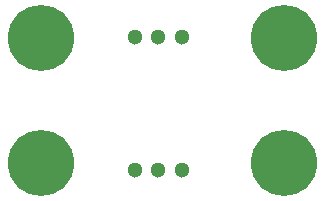
<source format=gbs>
%TF.GenerationSoftware,KiCad,Pcbnew,(5.1.10)-1*%
%TF.CreationDate,2021-09-27T16:18:06+09:00*%
%TF.ProjectId,EXTERNAL_LED_BOARD,45585445-524e-4414-9c5f-4c45445f424f,rev?*%
%TF.SameCoordinates,Original*%
%TF.FileFunction,Soldermask,Bot*%
%TF.FilePolarity,Negative*%
%FSLAX46Y46*%
G04 Gerber Fmt 4.6, Leading zero omitted, Abs format (unit mm)*
G04 Created by KiCad (PCBNEW (5.1.10)-1) date 2021-09-27 16:18:06*
%MOMM*%
%LPD*%
G01*
G04 APERTURE LIST*
%ADD10C,1.300000*%
%ADD11C,5.600000*%
%ADD12C,3.600000*%
G04 APERTURE END LIST*
D10*
%TO.C,J2*%
X132356000Y-104911000D03*
X134356000Y-104911000D03*
X136356000Y-104911000D03*
%TD*%
%TO.C,J1*%
X132356000Y-93620400D03*
X134356000Y-93620400D03*
X136356000Y-93620400D03*
%TD*%
D11*
%TO.C,H3*%
X124406000Y-104306000D03*
D12*
X124406000Y-104306000D03*
%TD*%
D11*
%TO.C,H4*%
X145006000Y-104306000D03*
D12*
X145006000Y-104306000D03*
%TD*%
D11*
%TO.C,H2*%
X145006000Y-93705500D03*
D12*
X145006000Y-93705500D03*
%TD*%
D11*
%TO.C,H1*%
X124406000Y-93705500D03*
D12*
X124406000Y-93705500D03*
%TD*%
M02*

</source>
